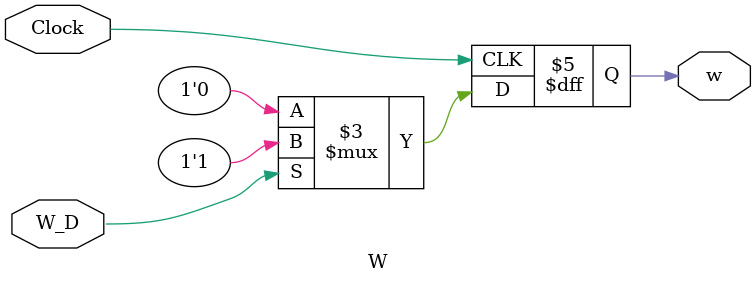
<source format=v>
module W (W_D, Clock, w);
	input W_D, Clock; 
	output reg w;

	always @(posedge Clock) begin 
		if(W_D) begin //W_D habilita escritas na memÃ³ria
			w = 1'b1;
		end
		else begin
			w = 1'b0;
		end
	end
endmodule

</source>
